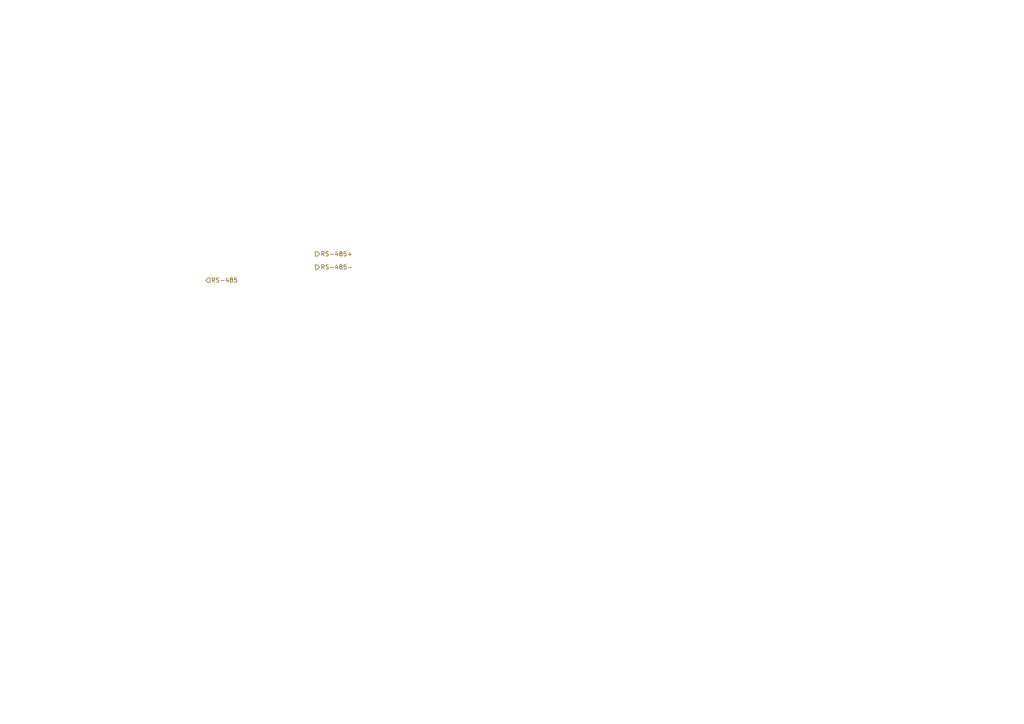
<source format=kicad_sch>
(kicad_sch
	(version 20250114)
	(generator "eeschema")
	(generator_version "9.0")
	(uuid "6a8cc34f-ca74-4487-ad5c-8b6dab301950")
	(paper "A4")
	(lib_symbols)
	(hierarchical_label "RS-485-"
		(shape output)
		(at 91.44 77.47 0)
		(effects
			(font
				(size 1.27 1.27)
			)
			(justify left)
		)
		(uuid "13e94feb-3677-41cb-99cc-e84012eaf6e2")
	)
	(hierarchical_label "RS-485+"
		(shape output)
		(at 91.44 73.66 0)
		(effects
			(font
				(size 1.27 1.27)
			)
			(justify left)
		)
		(uuid "79dff3bf-8afa-468c-853f-db2b00ccb7b4")
	)
	(hierarchical_label "RS-485"
		(shape input)
		(at 59.69 81.28 0)
		(effects
			(font
				(size 1.27 1.27)
			)
			(justify left)
		)
		(uuid "d93e0061-d387-4f87-af65-b408ac7bed95")
	)
)

</source>
